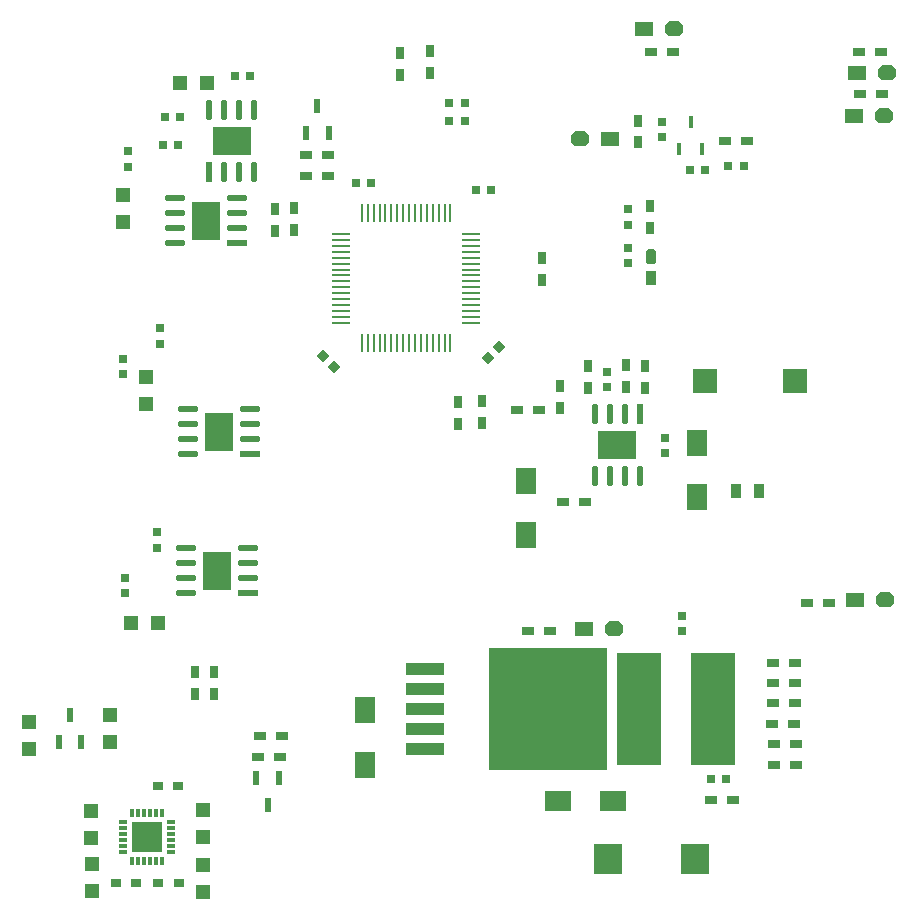
<source format=gtp>
G04*
G04 #@! TF.GenerationSoftware,Altium Limited,Altium Designer,23.3.1 (30)*
G04*
G04 Layer_Color=8421504*
%FSLAX44Y44*%
%MOMM*%
G71*
G04*
G04 #@! TF.SameCoordinates,E1D300C1-D630-478A-AE1F-60CBEBB5A271*
G04*
G04*
G04 #@! TF.FilePolarity,Positive*
G04*
G01*
G75*
%ADD22R,0.5000X1.2000*%
%ADD23R,0.8890X1.2700*%
%ADD24R,1.7500X2.2000*%
%ADD25R,10.0000X10.4500*%
%ADD26R,3.2000X1.0500*%
%ADD27R,1.0160X0.8000*%
%ADD28R,0.5500X1.8000*%
%ADD29O,0.5500X1.8000*%
%ADD30R,3.3020X2.4130*%
%ADD31R,2.0000X2.0000*%
%ADD32R,0.7620X0.7620*%
%ADD33R,1.2700X1.2700*%
%ADD34R,0.7620X0.7620*%
%ADD35R,0.8000X1.0160*%
%ADD36R,1.8000X0.5500*%
%ADD37O,1.8000X0.5500*%
%ADD38R,2.4130X3.3020*%
%ADD39O,1.5500X0.2500*%
%ADD40O,0.2500X1.5500*%
%ADD41P,1.0776X4X270.0*%
%ADD42P,1.0776X4X180.0*%
%ADD43R,2.6000X2.6000*%
%ADD44R,0.3000X0.8000*%
%ADD45R,0.8000X0.3000*%
G04:AMPARAMS|DCode=46|XSize=1.524mm|YSize=1.27mm|CornerRadius=0mm|HoleSize=0mm|Usage=FLASHONLY|Rotation=0.000|XOffset=0mm|YOffset=0mm|HoleType=Round|Shape=Octagon|*
%AMOCTAGOND46*
4,1,8,0.7620,-0.3175,0.7620,0.3175,0.4445,0.6350,-0.4445,0.6350,-0.7620,0.3175,-0.7620,-0.3175,-0.4445,-0.6350,0.4445,-0.6350,0.7620,-0.3175,0.0*
%
%ADD46OCTAGOND46*%

%ADD47R,1.5240X1.2700*%
%ADD48R,1.2700X1.2700*%
%ADD49R,0.8890X0.7620*%
%ADD50R,2.2000X1.7500*%
%ADD51R,0.4500X1.0000*%
G04:AMPARAMS|DCode=52|XSize=1.27mm|YSize=0.889mm|CornerRadius=0mm|HoleSize=0mm|Usage=FLASHONLY|Rotation=90.000|XOffset=0mm|YOffset=0mm|HoleType=Round|Shape=Octagon|*
%AMOCTAGOND52*
4,1,8,0.2223,0.6350,-0.2223,0.6350,-0.4445,0.4128,-0.4445,-0.4128,-0.2223,-0.6350,0.2223,-0.6350,0.4445,-0.4128,0.4445,0.4128,0.2223,0.6350,0.0*
%
%ADD52OCTAGOND52*%

%ADD53R,3.7500X9.5000*%
%ADD54R,2.4000X2.6000*%
D22*
X279552Y655066D02*
D03*
X298552D02*
D03*
X289052Y677926D02*
D03*
X70256Y139954D02*
D03*
X89256D02*
D03*
X79756Y162814D02*
D03*
X256388Y109093D02*
D03*
X237388D02*
D03*
X246888Y86233D02*
D03*
D23*
X662636Y352044D02*
D03*
X643636D02*
D03*
X571435Y532639D02*
D03*
D24*
X465328Y360820D02*
D03*
Y314820D02*
D03*
X329184Y120624D02*
D03*
Y166624D02*
D03*
X610616Y347332D02*
D03*
Y393332D02*
D03*
D25*
X484632Y167876D02*
D03*
D26*
X380492Y133876D02*
D03*
Y150876D02*
D03*
Y167876D02*
D03*
Y184876D02*
D03*
Y201876D02*
D03*
D27*
X652780Y648716D02*
D03*
X634238D02*
D03*
X693547Y172720D02*
D03*
X675005D02*
D03*
Y189484D02*
D03*
X693547D02*
D03*
X675005Y206756D02*
D03*
X693547D02*
D03*
X239141Y127508D02*
D03*
X257683D02*
D03*
X692912Y155448D02*
D03*
X674370D02*
D03*
X748665Y688340D02*
D03*
X767207D02*
D03*
X258699Y145288D02*
D03*
X240157D02*
D03*
X675640Y138176D02*
D03*
X694182D02*
D03*
X675513Y120396D02*
D03*
X694055D02*
D03*
X467233Y234188D02*
D03*
X485775D02*
D03*
X703834Y257556D02*
D03*
X722376D02*
D03*
X571373Y723900D02*
D03*
X589915D02*
D03*
X747649D02*
D03*
X766191D02*
D03*
X515747Y342900D02*
D03*
X497205D02*
D03*
X458089Y421132D02*
D03*
X476631D02*
D03*
X622173Y90424D02*
D03*
X640715D02*
D03*
X279273Y619252D02*
D03*
X297815D02*
D03*
Y636524D02*
D03*
X279273D02*
D03*
D28*
X562102Y417410D02*
D03*
X197358Y622466D02*
D03*
D29*
X549402Y417410D02*
D03*
X536702D02*
D03*
X524002D02*
D03*
X562102Y364910D02*
D03*
X549402D02*
D03*
X536702D02*
D03*
X524002D02*
D03*
X210058Y622466D02*
D03*
X222758D02*
D03*
X235458D02*
D03*
X197358Y674966D02*
D03*
X210058D02*
D03*
X222758D02*
D03*
X235458D02*
D03*
D30*
X543052Y391160D02*
D03*
X216408Y648716D02*
D03*
D31*
X693420Y445516D02*
D03*
X617220D02*
D03*
D32*
X159720Y669036D02*
D03*
X172720D02*
D03*
X232051Y704087D02*
D03*
X219051D02*
D03*
X400915Y665987D02*
D03*
X413915D02*
D03*
X436267Y607567D02*
D03*
X423267D02*
D03*
X400915Y681228D02*
D03*
X413915D02*
D03*
X334667Y613155D02*
D03*
X321667D02*
D03*
X171196Y645668D02*
D03*
X158196D02*
D03*
X617623Y624331D02*
D03*
X604623D02*
D03*
X635300Y108204D02*
D03*
X622300D02*
D03*
X650032Y627380D02*
D03*
X637032D02*
D03*
D33*
X195326Y697484D02*
D03*
X172466D02*
D03*
X131318Y240792D02*
D03*
X154178D02*
D03*
D34*
X124461Y464207D02*
D03*
Y451207D02*
D03*
X583183Y384153D02*
D03*
Y397153D02*
D03*
X129033Y626975D02*
D03*
Y639975D02*
D03*
X125985Y265787D02*
D03*
Y278787D02*
D03*
X153415Y317397D02*
D03*
Y304397D02*
D03*
X155955Y490117D02*
D03*
Y477117D02*
D03*
X580644Y651972D02*
D03*
Y664972D02*
D03*
X597916Y246888D02*
D03*
Y233888D02*
D03*
X534415Y453033D02*
D03*
Y440033D02*
D03*
X552195Y577701D02*
D03*
Y590701D02*
D03*
X551689Y558187D02*
D03*
Y545187D02*
D03*
D35*
X358648Y722884D02*
D03*
Y704342D02*
D03*
X384556Y725170D02*
D03*
Y706628D02*
D03*
X269240Y591633D02*
D03*
Y573091D02*
D03*
X201676Y198882D02*
D03*
Y180340D02*
D03*
X252984Y591312D02*
D03*
Y572770D02*
D03*
X185420Y198882D02*
D03*
Y180340D02*
D03*
X560324Y647446D02*
D03*
Y665988D02*
D03*
X570484Y593979D02*
D03*
Y575437D02*
D03*
X518160Y458343D02*
D03*
Y439801D02*
D03*
X494284Y422529D02*
D03*
Y441071D02*
D03*
X566420Y439928D02*
D03*
Y458470D02*
D03*
X550164Y458851D02*
D03*
Y440309D02*
D03*
X407924Y427355D02*
D03*
Y408813D02*
D03*
X479552Y531368D02*
D03*
Y549910D02*
D03*
X428244Y409829D02*
D03*
Y428371D02*
D03*
D36*
X220814Y562102D02*
D03*
X231990Y383286D02*
D03*
X229958Y265938D02*
D03*
D37*
X220814Y574802D02*
D03*
Y587502D02*
D03*
Y600202D02*
D03*
X168314Y562102D02*
D03*
Y574802D02*
D03*
Y587502D02*
D03*
Y600202D02*
D03*
X179490Y421386D02*
D03*
Y408686D02*
D03*
Y395986D02*
D03*
Y383286D02*
D03*
X231990Y421386D02*
D03*
Y408686D02*
D03*
Y395986D02*
D03*
X177458Y304038D02*
D03*
Y291338D02*
D03*
Y278638D02*
D03*
Y265938D02*
D03*
X229958Y304038D02*
D03*
Y291338D02*
D03*
Y278638D02*
D03*
D38*
X194564Y581152D02*
D03*
X205740Y402336D02*
D03*
X203708Y284988D02*
D03*
D39*
X419233Y494886D02*
D03*
Y499886D02*
D03*
Y504886D02*
D03*
Y509886D02*
D03*
Y514886D02*
D03*
Y519886D02*
D03*
Y524886D02*
D03*
Y529886D02*
D03*
Y534886D02*
D03*
Y539886D02*
D03*
Y544886D02*
D03*
Y549886D02*
D03*
Y554886D02*
D03*
Y559886D02*
D03*
Y564886D02*
D03*
Y569886D02*
D03*
X309241D02*
D03*
Y564886D02*
D03*
Y559886D02*
D03*
Y554886D02*
D03*
Y549886D02*
D03*
Y544886D02*
D03*
Y539886D02*
D03*
Y534886D02*
D03*
Y529886D02*
D03*
Y524886D02*
D03*
Y519886D02*
D03*
Y514886D02*
D03*
Y509886D02*
D03*
Y504886D02*
D03*
Y499886D02*
D03*
Y494886D02*
D03*
D40*
X401737Y587382D02*
D03*
X396737D02*
D03*
X391737D02*
D03*
X386737D02*
D03*
X381737D02*
D03*
X376737D02*
D03*
X371737D02*
D03*
X366737D02*
D03*
X361737D02*
D03*
X356737D02*
D03*
X351737D02*
D03*
X346737D02*
D03*
X341737D02*
D03*
X336737D02*
D03*
X331737D02*
D03*
X326737D02*
D03*
X326737Y477390D02*
D03*
X331737D02*
D03*
X336737D02*
D03*
X341737D02*
D03*
X346737D02*
D03*
X351737D02*
D03*
X356737D02*
D03*
X361737D02*
D03*
X366737D02*
D03*
X371737D02*
D03*
X376737D02*
D03*
X381737D02*
D03*
X386737D02*
D03*
X391737D02*
D03*
X396737D02*
D03*
X401737D02*
D03*
D41*
X442492Y474497D02*
D03*
X433300Y465305D02*
D03*
D42*
X303324Y457466D02*
D03*
X294132Y466659D02*
D03*
D43*
X144826Y59434D02*
D03*
D44*
X152280Y39436D02*
D03*
X157280D02*
D03*
X147280Y79436D02*
D03*
Y39436D02*
D03*
X142280Y79436D02*
D03*
Y39436D02*
D03*
X132280D02*
D03*
X137280D02*
D03*
X132280Y79436D02*
D03*
X137280D02*
D03*
X152280D02*
D03*
X157280D02*
D03*
D45*
X164780Y71936D02*
D03*
Y61936D02*
D03*
X124780Y46936D02*
D03*
X164780Y66936D02*
D03*
X124780Y56936D02*
D03*
Y61936D02*
D03*
Y66936D02*
D03*
Y71936D02*
D03*
X164780Y56936D02*
D03*
Y51936D02*
D03*
Y46936D02*
D03*
X124780Y51936D02*
D03*
D46*
X768604Y670052D02*
D03*
X511048Y650240D02*
D03*
X540512Y235204D02*
D03*
X769620Y260096D02*
D03*
X591312Y743204D02*
D03*
X771144Y706120D02*
D03*
D47*
X743204Y670052D02*
D03*
X536448Y650240D02*
D03*
X515112Y235204D02*
D03*
X744220Y260096D02*
D03*
X565912Y743204D02*
D03*
X745744Y706120D02*
D03*
D48*
X45212Y156464D02*
D03*
Y133604D02*
D03*
X113792Y139446D02*
D03*
Y162306D02*
D03*
X192532Y36068D02*
D03*
Y13208D02*
D03*
X97536Y58166D02*
D03*
Y81026D02*
D03*
X192532Y59690D02*
D03*
Y82550D02*
D03*
X98044Y13970D02*
D03*
Y36830D02*
D03*
X124460Y580390D02*
D03*
Y603250D02*
D03*
X144272Y426212D02*
D03*
Y449072D02*
D03*
D49*
X171958Y20320D02*
D03*
X154432D02*
D03*
X171450Y102616D02*
D03*
X153924D02*
D03*
X135890Y20828D02*
D03*
X118364D02*
D03*
D50*
X539128Y89916D02*
D03*
X493128D02*
D03*
D51*
X605028Y664538D02*
D03*
X614528Y641858D02*
D03*
X595528D02*
D03*
D52*
X571435Y550419D02*
D03*
D53*
X623824Y168148D02*
D03*
X561324D02*
D03*
D54*
X535508Y41148D02*
D03*
X608508D02*
D03*
M02*

</source>
